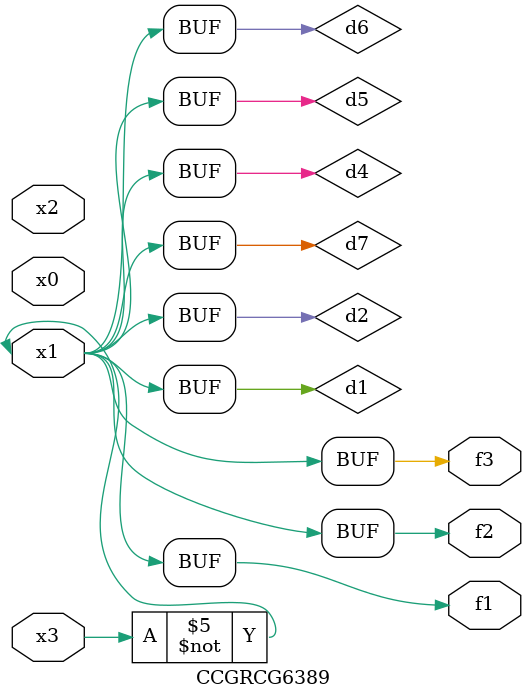
<source format=v>
module CCGRCG6389(
	input x0, x1, x2, x3,
	output f1, f2, f3
);

	wire d1, d2, d3, d4, d5, d6, d7;

	not (d1, x3);
	buf (d2, x1);
	xnor (d3, d1, d2);
	nor (d4, d1);
	buf (d5, d1, d2);
	buf (d6, d4, d5);
	nand (d7, d4);
	assign f1 = d6;
	assign f2 = d7;
	assign f3 = d6;
endmodule

</source>
